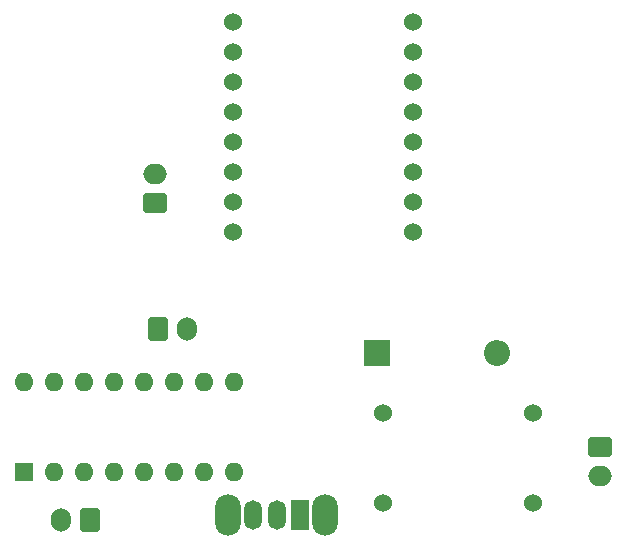
<source format=gts>
%TF.GenerationSoftware,KiCad,Pcbnew,8.0.8*%
%TF.CreationDate,2025-02-19T10:09:39+01:00*%
%TF.ProjectId,Robot,526f626f-742e-46b6-9963-61645f706362,rev?*%
%TF.SameCoordinates,Original*%
%TF.FileFunction,Soldermask,Top*%
%TF.FilePolarity,Negative*%
%FSLAX46Y46*%
G04 Gerber Fmt 4.6, Leading zero omitted, Abs format (unit mm)*
G04 Created by KiCad (PCBNEW 8.0.8) date 2025-02-19 10:09:39*
%MOMM*%
%LPD*%
G01*
G04 APERTURE LIST*
G04 Aperture macros list*
%AMRoundRect*
0 Rectangle with rounded corners*
0 $1 Rounding radius*
0 $2 $3 $4 $5 $6 $7 $8 $9 X,Y pos of 4 corners*
0 Add a 4 corners polygon primitive as box body*
4,1,4,$2,$3,$4,$5,$6,$7,$8,$9,$2,$3,0*
0 Add four circle primitives for the rounded corners*
1,1,$1+$1,$2,$3*
1,1,$1+$1,$4,$5*
1,1,$1+$1,$6,$7*
1,1,$1+$1,$8,$9*
0 Add four rect primitives between the rounded corners*
20,1,$1+$1,$2,$3,$4,$5,0*
20,1,$1+$1,$4,$5,$6,$7,0*
20,1,$1+$1,$6,$7,$8,$9,0*
20,1,$1+$1,$8,$9,$2,$3,0*%
G04 Aperture macros list end*
%ADD10R,1.600000X1.600000*%
%ADD11O,1.600000X1.600000*%
%ADD12C,1.524000*%
%ADD13RoundRect,0.250000X0.600000X0.750000X-0.600000X0.750000X-0.600000X-0.750000X0.600000X-0.750000X0*%
%ADD14O,1.700000X2.000000*%
%ADD15R,2.200000X2.200000*%
%ADD16O,2.200000X2.200000*%
%ADD17RoundRect,0.250000X-0.600000X-0.750000X0.600000X-0.750000X0.600000X0.750000X-0.600000X0.750000X0*%
%ADD18RoundRect,0.250000X-0.750000X0.600000X-0.750000X-0.600000X0.750000X-0.600000X0.750000X0.600000X0*%
%ADD19O,2.000000X1.700000*%
%ADD20RoundRect,0.250000X0.750000X-0.600000X0.750000X0.600000X-0.750000X0.600000X-0.750000X-0.600000X0*%
%ADD21O,2.200000X3.500000*%
%ADD22R,1.500000X2.500000*%
%ADD23O,1.500000X2.500000*%
G04 APERTURE END LIST*
D10*
%TO.C,U2*%
X79225000Y-145634314D03*
D11*
X81765000Y-145634314D03*
X84305000Y-145634314D03*
X86845000Y-145634314D03*
X89385000Y-145634314D03*
X91925000Y-145634314D03*
X94465000Y-145634314D03*
X97005000Y-145634314D03*
X97005000Y-138014314D03*
X94465000Y-138014314D03*
X91925000Y-138014314D03*
X89385000Y-138014314D03*
X86845000Y-138014314D03*
X84305000Y-138014314D03*
X81765000Y-138014314D03*
X79225000Y-138014314D03*
%TD*%
D12*
%TO.C,U1*%
X112100000Y-107534314D03*
X112100000Y-110074314D03*
X112100000Y-112614314D03*
X112100000Y-115154314D03*
X112100000Y-117694314D03*
X112100000Y-120234314D03*
X112100000Y-122774314D03*
X112100000Y-125314314D03*
X96860000Y-125314314D03*
X96860000Y-122774314D03*
X96860000Y-120234314D03*
X96860000Y-117694314D03*
X96860000Y-115154314D03*
X96860000Y-112614314D03*
X96860000Y-110074314D03*
X96860000Y-107534314D03*
%TD*%
D13*
%TO.C,Motor1*%
X84800000Y-149734314D03*
D14*
X82300000Y-149734314D03*
%TD*%
D15*
%TO.C,D1*%
X109120000Y-135634314D03*
D16*
X119280000Y-135634314D03*
%TD*%
D17*
%TO.C,Motor2*%
X90500000Y-133534314D03*
D14*
X93000000Y-133534314D03*
%TD*%
D18*
%TO.C,J5*%
X128000000Y-143534314D03*
D19*
X128000000Y-146034314D03*
%TD*%
D20*
%TO.C,UART*%
X90300000Y-122934314D03*
D19*
X90300000Y-120434314D03*
%TD*%
D12*
%TO.C,U4*%
X122300000Y-140714314D03*
X122300000Y-148334314D03*
X109600000Y-140714314D03*
X109600000Y-148334314D03*
%TD*%
D21*
%TO.C,SW1*%
X104700000Y-149334314D03*
X96500000Y-149334314D03*
D22*
X102600000Y-149334314D03*
D23*
X100600000Y-149334314D03*
X98600000Y-149334314D03*
%TD*%
M02*

</source>
